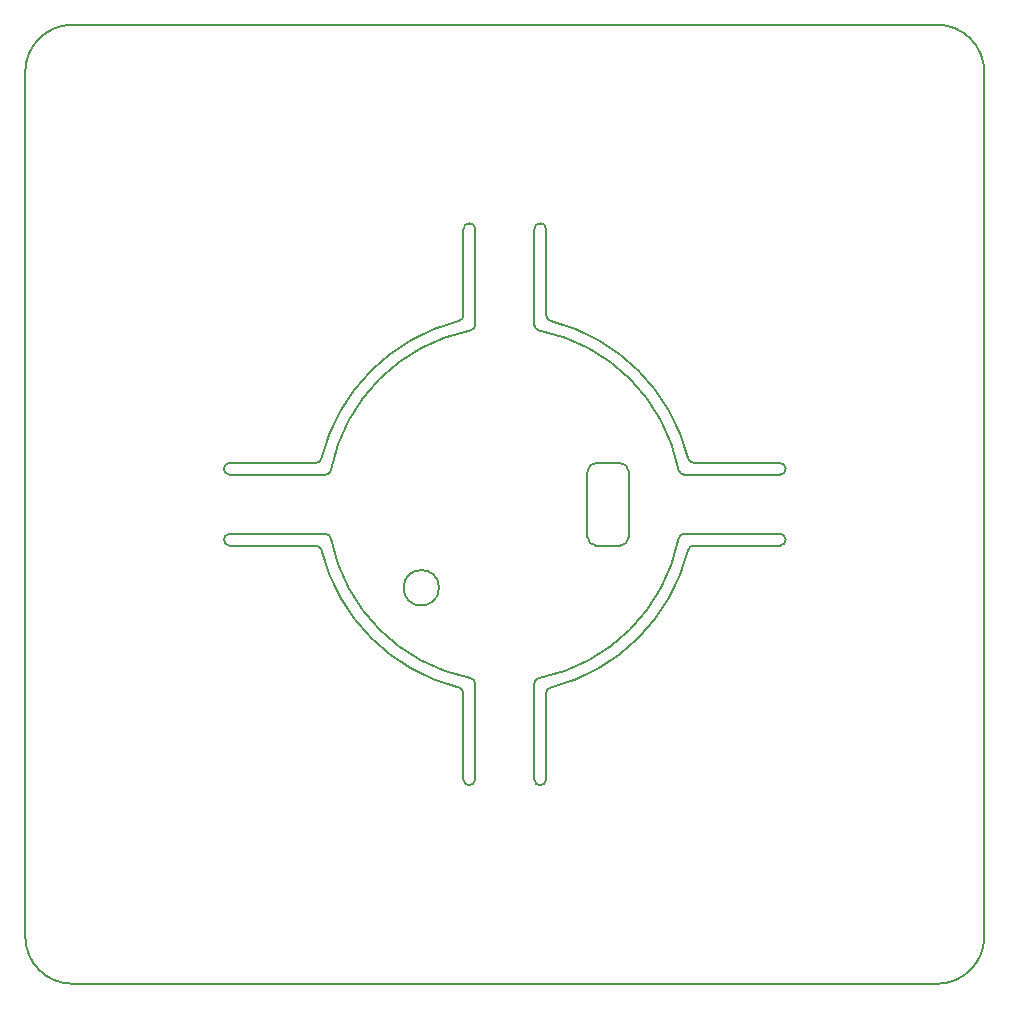
<source format=gbr>
%TF.GenerationSoftware,KiCad,Pcbnew,(6.0.10)*%
%TF.CreationDate,2023-01-22T12:58:48+02:00*%
%TF.ProjectId,view_base,76696577-5f62-4617-9365-2e6b69636164,rev?*%
%TF.SameCoordinates,Original*%
%TF.FileFunction,Profile,NP*%
%FSLAX46Y46*%
G04 Gerber Fmt 4.6, Leading zero omitted, Abs format (unit mm)*
G04 Created by KiCad (PCBNEW (6.0.10)) date 2023-01-22 12:58:48*
%MOMM*%
%LPD*%
G01*
G04 APERTURE LIST*
%TA.AperFunction,Profile*%
%ADD10C,0.200000*%
%TD*%
G04 APERTURE END LIST*
D10*
X84793094Y-102499999D02*
X76709801Y-102499999D01*
X96500000Y-116007810D02*
X96500000Y-123290199D01*
X97500000Y-123290199D02*
X97500001Y-115206906D01*
X103878784Y-115522715D02*
G75*
G03*
X103499999Y-116007810I121216J-485085D01*
G01*
X96500000Y-123290199D02*
G75*
G03*
X97500000Y-123290199I500000J0D01*
G01*
X102903225Y-114716360D02*
G75*
G03*
X114716360Y-102903226I-2903225J14716360D01*
G01*
X115206906Y-102500006D02*
G75*
G03*
X114716361Y-102903226I-6J-499994D01*
G01*
X103878787Y-115522726D02*
G75*
G03*
X115522725Y-103878788I-3878787J15522726D01*
G01*
X109749999Y-103499999D02*
G75*
G03*
X110499999Y-102750000I1J749999D01*
G01*
X116007810Y-103500011D02*
G75*
G03*
X115522726Y-103878787I-10J-499989D01*
G01*
X110499999Y-102750000D02*
X110499999Y-97250001D01*
X123290199Y-97499999D02*
G75*
G03*
X123290199Y-96500001I1J499999D01*
G01*
X102499999Y-123290199D02*
G75*
G03*
X103499999Y-123290199I500000J0D01*
G01*
X103499999Y-123290199D02*
X103499999Y-116007810D01*
X110499999Y-97250001D02*
G75*
G03*
X109749999Y-96500001I-749999J1D01*
G01*
X109749999Y-96500001D02*
X107749999Y-96500001D01*
X107749999Y-96499999D02*
G75*
G03*
X106999999Y-97250001I1J-750001D01*
G01*
X106999999Y-97250001D02*
X106999999Y-102750000D01*
X94428933Y-107071067D02*
G75*
G03*
X94428933Y-107071067I-1500000J0D01*
G01*
X116007810Y-103500000D02*
X123290199Y-103500000D01*
X107000000Y-102750000D02*
G75*
G03*
X107749999Y-103500000I750000J0D01*
G01*
X114716360Y-97096775D02*
G75*
G03*
X102903226Y-85283640I-14716360J-2903225D01*
G01*
X115206906Y-97500001D02*
X123290199Y-97500001D01*
X84477274Y-103878787D02*
G75*
G03*
X96121212Y-115522725I15522726J3878787D01*
G01*
X114716353Y-97096776D02*
G75*
G03*
X115206906Y-97500002I490547J96776D01*
G01*
X102903224Y-114716353D02*
G75*
G03*
X102499998Y-115206906I96776J-490547D01*
G01*
X136600000Y-140600000D02*
G75*
G03*
X140600000Y-136599999I0J4000000D01*
G01*
X123290199Y-102500000D02*
X115206906Y-102500000D01*
X76709801Y-102500001D02*
G75*
G03*
X76709801Y-103499999I-1J-499999D01*
G01*
X85283640Y-102903225D02*
G75*
G03*
X97096774Y-114716360I14716360J2903225D01*
G01*
X84477285Y-103878784D02*
G75*
G03*
X83992190Y-103499999I-485085J-121216D01*
G01*
X97499995Y-115206906D02*
G75*
G03*
X97096774Y-114716360I-499995J6D01*
G01*
X76709801Y-103499999D02*
X83992190Y-103499999D01*
X102499999Y-115206906D02*
X102499999Y-123290199D01*
X85283647Y-102903224D02*
G75*
G03*
X84793094Y-102499998I-490547J-96776D01*
G01*
X107749999Y-103500000D02*
X109749999Y-103500000D01*
X102500006Y-84793094D02*
G75*
G03*
X102903226Y-85283639I499994J-6D01*
G01*
X123290199Y-96500001D02*
X116007810Y-96500001D01*
X123290199Y-103500000D02*
G75*
G03*
X123290199Y-102500000I1J500000D01*
G01*
X96499989Y-116007810D02*
G75*
G03*
X96121213Y-115522726I-499989J10D01*
G01*
X63400001Y-59400001D02*
G75*
G03*
X59400001Y-63400000I-1J-3999999D01*
G01*
X140600000Y-63400000D02*
G75*
G03*
X136600000Y-59400000I-4000000J0D01*
G01*
X59400001Y-136599999D02*
X59400001Y-63400000D01*
X136600000Y-140599999D02*
X104619999Y-140600000D01*
X104619999Y-140600000D02*
X63400001Y-140599999D01*
X59400001Y-136599999D02*
G75*
G03*
X63400001Y-140599999I3999999J-1D01*
G01*
X140600000Y-63400000D02*
X140600000Y-136599999D01*
X63400001Y-59400000D02*
X136600000Y-59400000D01*
X97096776Y-85283647D02*
G75*
G03*
X97500002Y-84793094I-96776J490547D01*
G01*
X115522726Y-96121213D02*
G75*
G03*
X103878788Y-84477275I-15522726J-3878787D01*
G01*
X103500011Y-83992190D02*
G75*
G03*
X103878787Y-84477274I499989J-10D01*
G01*
X103500000Y-76709801D02*
G75*
G03*
X102500000Y-76709801I-500000J0D01*
G01*
X83992190Y-96500000D02*
X76709801Y-96500000D01*
X102500000Y-76709801D02*
X102500000Y-84793094D01*
X115522715Y-96121216D02*
G75*
G03*
X116007810Y-96500001I485085J121216D01*
G01*
X97096775Y-85283640D02*
G75*
G03*
X85283640Y-97096774I2903225J-14716360D01*
G01*
X96500001Y-76709801D02*
X96500001Y-83992190D01*
X103500000Y-83992190D02*
X103500000Y-76709801D01*
X76709801Y-97500000D02*
X84793094Y-97500000D01*
X96121216Y-84477285D02*
G75*
G03*
X96500001Y-83992190I-121216J485085D01*
G01*
X96121213Y-84477274D02*
G75*
G03*
X84477275Y-96121212I3878787J-15522726D01*
G01*
X76709801Y-96500000D02*
G75*
G03*
X76709801Y-97500000I-1J-500000D01*
G01*
X84793094Y-97499993D02*
G75*
G03*
X85283638Y-97096775I6J499993D01*
G01*
X97500001Y-84793094D02*
X97500001Y-76709801D01*
X97500001Y-76709801D02*
G75*
G03*
X96500001Y-76709801I-500000J0D01*
G01*
X83992190Y-96499989D02*
G75*
G03*
X84477274Y-96121213I10J499989D01*
G01*
M02*

</source>
